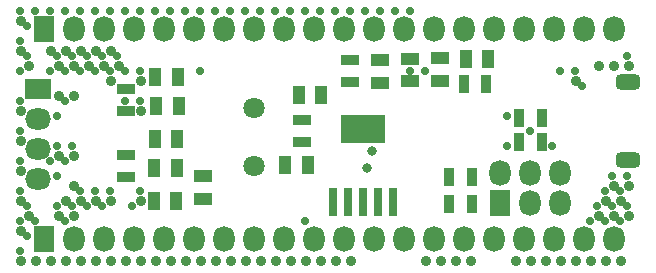
<source format=gbs>
G04*
G04 #@! TF.GenerationSoftware,Altium Limited,Altium Designer,22.7.1 (60)*
G04*
G04 Layer_Color=16711935*
%FSLAX25Y25*%
%MOIN*%
G70*
G04*
G04 #@! TF.SameCoordinates,143699A1-5C46-47B9-B1A9-45083201A81C*
G04*
G04*
G04 #@! TF.FilePolarity,Negative*
G04*
G01*
G75*
%ADD30O,0.07087X0.08661*%
%ADD31C,0.07087*%
%ADD32O,0.08661X0.07087*%
G04:AMPARAMS|DCode=33|XSize=82.68mil|YSize=51.18mil|CornerRadius=16.14mil|HoleSize=0mil|Usage=FLASHONLY|Rotation=180.000|XOffset=0mil|YOffset=0mil|HoleType=Round|Shape=RoundedRectangle|*
%AMROUNDEDRECTD33*
21,1,0.08268,0.01890,0,0,180.0*
21,1,0.05039,0.05118,0,0,180.0*
1,1,0.03228,-0.02520,0.00945*
1,1,0.03228,0.02520,0.00945*
1,1,0.03228,0.02520,-0.00945*
1,1,0.03228,-0.02520,-0.00945*
%
%ADD33ROUNDEDRECTD33*%
%ADD34R,0.07087X0.08661*%
%ADD35R,0.08661X0.07087*%
%ADD36C,0.03587*%
%ADD37C,0.02787*%
%ADD38C,0.03150*%
%ADD55R,0.03543X0.05906*%
%ADD56R,0.05906X0.04331*%
%ADD57R,0.04331X0.05906*%
%ADD58R,0.05906X0.03543*%
%ADD59R,0.14567X0.09449*%
%ADD60R,0.03150X0.09449*%
D30*
X120000Y80000D02*
D03*
X40000Y10000D02*
D03*
X30000D02*
D03*
X20000D02*
D03*
X170000Y80000D02*
D03*
X180000D02*
D03*
X190000D02*
D03*
X200000D02*
D03*
X160000Y10000D02*
D03*
X150000D02*
D03*
X40000Y80000D02*
D03*
X50000D02*
D03*
X60000D02*
D03*
X70000D02*
D03*
X80000D02*
D03*
X90000D02*
D03*
X100000D02*
D03*
X140000Y10000D02*
D03*
X130000D02*
D03*
X110000Y80000D02*
D03*
X130000D02*
D03*
X140000D02*
D03*
X150000D02*
D03*
X160000D02*
D03*
X120000Y10000D02*
D03*
X110000D02*
D03*
X100000D02*
D03*
X90000D02*
D03*
X80000D02*
D03*
X70000D02*
D03*
X60000D02*
D03*
X50000D02*
D03*
X170000D02*
D03*
X200000D02*
D03*
X190000D02*
D03*
X182000Y32000D02*
D03*
Y22000D02*
D03*
X20000Y80000D02*
D03*
X172000Y32000D02*
D03*
Y22000D02*
D03*
X30000Y80000D02*
D03*
X162000Y32000D02*
D03*
X180000Y10000D02*
D03*
D31*
X80000Y34354D02*
D03*
Y53646D02*
D03*
D32*
X8000Y50000D02*
D03*
Y40000D02*
D03*
Y30000D02*
D03*
D33*
X204429Y62205D02*
D03*
Y36220D02*
D03*
D34*
X162000Y22000D02*
D03*
X10000Y80000D02*
D03*
X10000Y10000D02*
D03*
D35*
X8000Y60000D02*
D03*
D36*
X27224Y22559D02*
D03*
X29724Y67559D02*
D03*
X27224Y72559D02*
D03*
X32224Y2559D02*
D03*
Y22559D02*
D03*
Y62559D02*
D03*
X34724Y67559D02*
D03*
X32224Y72559D02*
D03*
X37224Y2559D02*
D03*
X42224D02*
D03*
Y22559D02*
D03*
Y52559D02*
D03*
Y62559D02*
D03*
X47224Y2559D02*
D03*
X52224D02*
D03*
X57224D02*
D03*
X62224D02*
D03*
X67224D02*
D03*
X72224D02*
D03*
X77224D02*
D03*
X82224D02*
D03*
X87224D02*
D03*
X92224D02*
D03*
X97224D02*
D03*
X102224D02*
D03*
X107224D02*
D03*
X112224D02*
D03*
X137224D02*
D03*
X142224D02*
D03*
X147224D02*
D03*
X152224D02*
D03*
X167224D02*
D03*
X202224Y22559D02*
D03*
X204724Y27559D02*
D03*
Y67559D02*
D03*
Y17559D02*
D03*
X202224Y2559D02*
D03*
X199724Y67559D02*
D03*
Y27559D02*
D03*
X197224Y22559D02*
D03*
X199724Y17559D02*
D03*
X197224Y2559D02*
D03*
X194724Y67559D02*
D03*
Y17559D02*
D03*
X192224Y2559D02*
D03*
X187224Y62559D02*
D03*
Y2559D02*
D03*
X182224D02*
D03*
X177224D02*
D03*
X172224D02*
D03*
X2224D02*
D03*
Y12559D02*
D03*
X4724Y17559D02*
D03*
X2224Y22559D02*
D03*
Y32559D02*
D03*
Y42559D02*
D03*
Y52559D02*
D03*
X4724Y67559D02*
D03*
X2224Y72559D02*
D03*
Y82559D02*
D03*
X7224Y2559D02*
D03*
X12224D02*
D03*
X14724Y17559D02*
D03*
Y37559D02*
D03*
Y57559D02*
D03*
Y67559D02*
D03*
X12224Y72559D02*
D03*
X17224Y2559D02*
D03*
X19724Y17559D02*
D03*
X17224Y22559D02*
D03*
X19724Y27559D02*
D03*
Y37559D02*
D03*
Y57559D02*
D03*
Y67559D02*
D03*
X17224Y72559D02*
D03*
X22224Y2559D02*
D03*
Y22559D02*
D03*
X24724Y67559D02*
D03*
X22224Y72559D02*
D03*
X27224Y2559D02*
D03*
D37*
X1772Y5945D02*
D03*
X4272Y10945D02*
D03*
X1772Y15945D02*
D03*
X4272Y20945D02*
D03*
X1772Y25945D02*
D03*
Y35945D02*
D03*
Y45945D02*
D03*
Y55945D02*
D03*
Y65945D02*
D03*
X4272Y70945D02*
D03*
X1772Y75945D02*
D03*
X4272Y80945D02*
D03*
X1772Y85945D02*
D03*
X6772Y15945D02*
D03*
Y85945D02*
D03*
X14272Y20945D02*
D03*
Y30945D02*
D03*
X11772Y35945D02*
D03*
X14272Y40945D02*
D03*
Y50945D02*
D03*
X11772Y65945D02*
D03*
X14272Y70945D02*
D03*
X11772Y85945D02*
D03*
X16772Y15945D02*
D03*
X19272Y20945D02*
D03*
X16772Y35945D02*
D03*
X19272Y40945D02*
D03*
X16772Y55945D02*
D03*
Y65945D02*
D03*
X19272Y70945D02*
D03*
X16772Y85945D02*
D03*
X24272Y20945D02*
D03*
X21772Y25945D02*
D03*
Y65945D02*
D03*
X24272Y70945D02*
D03*
X21772Y85945D02*
D03*
X29272Y20945D02*
D03*
X26772Y25945D02*
D03*
Y65945D02*
D03*
X29272Y70945D02*
D03*
X26772Y85945D02*
D03*
X31772Y25945D02*
D03*
Y65945D02*
D03*
X34272Y70945D02*
D03*
X31772Y85945D02*
D03*
X39272Y20945D02*
D03*
X36772Y55945D02*
D03*
Y65945D02*
D03*
Y85945D02*
D03*
X41772Y25945D02*
D03*
Y55945D02*
D03*
Y65945D02*
D03*
Y85945D02*
D03*
X46772D02*
D03*
X51772D02*
D03*
X56772D02*
D03*
X61772Y65945D02*
D03*
Y85945D02*
D03*
X66772D02*
D03*
X71772D02*
D03*
X76772D02*
D03*
X81772D02*
D03*
X86772D02*
D03*
X91772D02*
D03*
X96772Y15945D02*
D03*
Y85945D02*
D03*
X101772D02*
D03*
X106772D02*
D03*
X111772D02*
D03*
X116772D02*
D03*
X121772D02*
D03*
X126772D02*
D03*
X131772Y65945D02*
D03*
Y85945D02*
D03*
X136772Y65945D02*
D03*
X164272Y40945D02*
D03*
Y50945D02*
D03*
X171772Y45945D02*
D03*
X179272Y40945D02*
D03*
X181772Y65945D02*
D03*
X189272Y60945D02*
D03*
X186772Y65945D02*
D03*
X191772Y15945D02*
D03*
X194272Y20945D02*
D03*
X196772Y15945D02*
D03*
X199272Y20945D02*
D03*
X196772Y25945D02*
D03*
X199272Y30945D02*
D03*
X201772Y15945D02*
D03*
X204272Y20945D02*
D03*
X201772Y25945D02*
D03*
X204272Y30945D02*
D03*
Y70945D02*
D03*
D38*
X117623Y33569D02*
D03*
X119095Y39370D02*
D03*
D55*
X175787Y42323D02*
D03*
Y50197D02*
D03*
X168307D02*
D03*
Y42323D02*
D03*
X157240Y61500D02*
D03*
X144882Y30512D02*
D03*
Y21654D02*
D03*
X152362Y30512D02*
D03*
Y21654D02*
D03*
X149760Y61500D02*
D03*
D56*
X62992Y30799D02*
D03*
X142000Y62760D02*
D03*
X132000Y62520D02*
D03*
X122000Y62000D02*
D03*
X62992Y23319D02*
D03*
X122000Y69480D02*
D03*
X142000Y70240D02*
D03*
X132000Y70000D02*
D03*
D57*
X54421Y63976D02*
D03*
X97728Y34449D02*
D03*
X94760Y58000D02*
D03*
X158000Y70000D02*
D03*
X150520D02*
D03*
X46941Y63976D02*
D03*
X102240Y58000D02*
D03*
X54724Y54331D02*
D03*
X54331Y43307D02*
D03*
X90248Y34449D02*
D03*
X54028Y33465D02*
D03*
X53937Y22441D02*
D03*
X47244Y54331D02*
D03*
X46850Y43307D02*
D03*
X46547Y33465D02*
D03*
X46457Y22441D02*
D03*
D58*
X96000Y42260D02*
D03*
Y49740D02*
D03*
X37008Y30512D02*
D03*
X112000Y62260D02*
D03*
X37008Y37992D02*
D03*
Y52559D02*
D03*
Y60039D02*
D03*
X112000Y69740D02*
D03*
D59*
X116142Y46654D02*
D03*
D60*
Y22244D02*
D03*
X126142D02*
D03*
X121142D02*
D03*
X111142D02*
D03*
X106142D02*
D03*
M02*

</source>
